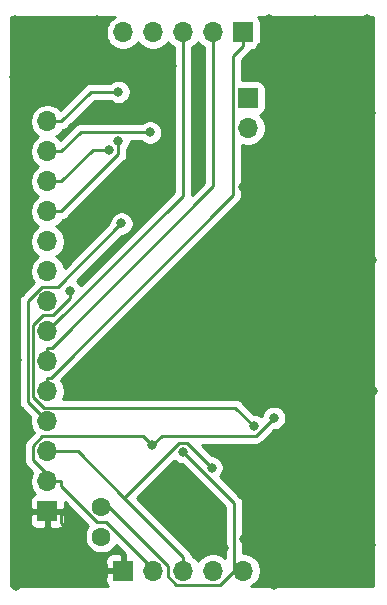
<source format=gbl>
%TF.GenerationSoftware,KiCad,Pcbnew,(5.1.6-0-10_14)*%
%TF.CreationDate,2020-09-14T13:46:36+09:00*%
%TF.ProjectId,qPCR-photosensing,71504352-2d70-4686-9f74-6f73656e7369,rev?*%
%TF.SameCoordinates,Original*%
%TF.FileFunction,Copper,L2,Bot*%
%TF.FilePolarity,Positive*%
%FSLAX46Y46*%
G04 Gerber Fmt 4.6, Leading zero omitted, Abs format (unit mm)*
G04 Created by KiCad (PCBNEW (5.1.6-0-10_14)) date 2020-09-14 13:46:36*
%MOMM*%
%LPD*%
G01*
G04 APERTURE LIST*
%TA.AperFunction,ComponentPad*%
%ADD10O,1.700000X1.700000*%
%TD*%
%TA.AperFunction,ComponentPad*%
%ADD11R,1.700000X1.700000*%
%TD*%
%TA.AperFunction,ComponentPad*%
%ADD12C,1.600000*%
%TD*%
%TA.AperFunction,ViaPad*%
%ADD13C,0.800000*%
%TD*%
%TA.AperFunction,Conductor*%
%ADD14C,0.250000*%
%TD*%
%TA.AperFunction,Conductor*%
%ADD15C,0.254000*%
%TD*%
G04 APERTURE END LIST*
D10*
%TO.P,J3,5*%
%TO.N,PD_MUX_OUT*%
X103298000Y-110000000D03*
%TO.P,J3,4*%
%TO.N,VCC_LOGIC*%
X100758000Y-110000000D03*
%TO.P,J3,3*%
%TO.N,-10V*%
X98218000Y-110000000D03*
%TO.P,J3,2*%
%TO.N,+10V*%
X95678000Y-110000000D03*
D11*
%TO.P,J3,1*%
%TO.N,GND*%
X93138000Y-110000000D03*
%TD*%
%TO.P,J4,1*%
%TO.N,PD_MUX_GPIO5*%
X103298000Y-64440000D03*
D10*
%TO.P,J4,2*%
%TO.N,PD_MUX_GPIO4*%
X100758000Y-64440000D03*
%TO.P,J4,3*%
%TO.N,PD_MUX_GPIO3*%
X98218000Y-64440000D03*
%TO.P,J4,4*%
%TO.N,PD_MUX_GPIO2*%
X95678000Y-64440000D03*
%TO.P,J4,5*%
%TO.N,PD_MUX_GPIO1*%
X93138000Y-64440000D03*
%TD*%
D12*
%TO.P,C10,2*%
%TO.N,Net-(C10-Pad2)*%
X91313000Y-107123000D03*
%TO.P,C10,1*%
%TO.N,PD_MUX_OUT*%
X91313000Y-104623000D03*
%TD*%
D10*
%TO.P,J1,14*%
%TO.N,THERM_WELL*%
X86730000Y-71980000D03*
%TO.P,J1,13*%
%TO.N,I2C_SDA*%
X86730000Y-74520000D03*
%TO.P,J1,12*%
%TO.N,I2C_SCL*%
X86730000Y-77060000D03*
%TO.P,J1,11*%
%TO.N,ADC_DRDY*%
X86730000Y-79600000D03*
%TO.P,J1,10*%
%TO.N,PD_REF_PWM*%
X86730000Y-82140000D03*
%TO.P,J1,9*%
%TO.N,PD_MUX_GPIO1*%
X86730000Y-84680000D03*
%TO.P,J1,8*%
%TO.N,PD_MUX_GPIO2*%
X86730000Y-87220000D03*
%TO.P,J1,7*%
%TO.N,PD_MUX_GPIO3*%
X86730000Y-89760000D03*
%TO.P,J1,6*%
%TO.N,PD_MUX_GPIO4*%
X86730000Y-92300000D03*
%TO.P,J1,5*%
%TO.N,PD_MUX_GPIO5*%
X86730000Y-94840000D03*
%TO.P,J1,4*%
%TO.N,VCC_LOGIC*%
X86730000Y-97380000D03*
%TO.P,J1,3*%
%TO.N,-10V*%
X86730000Y-99920000D03*
%TO.P,J1,2*%
%TO.N,+10V*%
X86730000Y-102460000D03*
D11*
%TO.P,J1,1*%
%TO.N,GND*%
X86730000Y-105000000D03*
%TD*%
D10*
%TO.P,J2,2*%
%TO.N,THERM_TEST2*%
X103721000Y-72540000D03*
D11*
%TO.P,J2,1*%
%TO.N,THERM_TEST1*%
X103721000Y-70000000D03*
%TD*%
D13*
%TO.N,GND*%
X84000000Y-63400000D03*
X91400000Y-66100000D03*
X88800000Y-68300000D03*
X94700000Y-66900000D03*
X97300000Y-67300000D03*
X99400000Y-66900000D03*
X104800000Y-65700000D03*
X105500000Y-63300000D03*
X106100000Y-68600000D03*
X105900000Y-73900000D03*
X103600000Y-74900000D03*
X103300000Y-77500000D03*
X104100000Y-79900000D03*
X109200000Y-79700000D03*
X109300000Y-74800000D03*
X106700000Y-77200000D03*
X110900000Y-73400000D03*
X108300000Y-71100000D03*
X113800000Y-63300000D03*
X109400000Y-63400000D03*
X108000000Y-65800000D03*
X112200000Y-65700000D03*
X111400000Y-68700000D03*
X114100000Y-71300000D03*
X112300000Y-75100000D03*
X90900000Y-63400000D03*
X87400000Y-63500000D03*
X87200000Y-65700000D03*
X83900000Y-68200000D03*
X111400000Y-81400000D03*
X111200000Y-77700000D03*
X114000000Y-79500000D03*
X114200000Y-83700000D03*
X111200000Y-85600000D03*
X114000000Y-88000000D03*
X110900000Y-90500000D03*
X114300000Y-94800000D03*
X112100000Y-93700000D03*
X114000000Y-103200000D03*
X111300000Y-105900000D03*
X108300000Y-108700000D03*
X105900000Y-111200000D03*
X114000000Y-111100000D03*
X114100000Y-107800000D03*
X110700000Y-110900000D03*
X111600000Y-108400000D03*
X108100000Y-105500000D03*
X105300000Y-108500000D03*
X103900000Y-105600000D03*
X103400000Y-107300000D03*
X106200000Y-106200000D03*
X101300000Y-105600000D03*
X101700000Y-108100000D03*
X98800000Y-107500000D03*
X99300000Y-105300000D03*
X96800000Y-104500000D03*
X90800000Y-110500000D03*
X84100000Y-111300000D03*
X84400000Y-107400000D03*
X86900000Y-109900000D03*
X84500000Y-102500000D03*
X84400000Y-97600000D03*
X84200000Y-92200000D03*
X84100000Y-87400000D03*
X84400000Y-82000000D03*
X84200000Y-77100000D03*
X84200000Y-72100000D03*
X104300000Y-84100000D03*
X107800000Y-88200000D03*
X106900000Y-85700000D03*
X94700000Y-92400000D03*
X96600000Y-95100000D03*
X94900000Y-75800000D03*
%TO.N,+10V*%
X105898400Y-97083300D03*
X95602500Y-99402800D03*
%TO.N,-10V*%
X100638400Y-101280600D03*
%TO.N,PD_MUX_OUT*%
X98204900Y-99956700D03*
%TO.N,THERM_WELL*%
X92739300Y-69469500D03*
%TO.N,I2C_SDA*%
X95423500Y-72907600D03*
%TO.N,I2C_SCL*%
X91982900Y-74356600D03*
%TO.N,ADC_DRDY*%
X92734400Y-73595600D03*
%TO.N,VCC_LOGIC*%
X93000000Y-80620000D03*
%TO.N,Net-(C6-Pad1)*%
X88656800Y-86367100D03*
X104197400Y-97750200D03*
%TD*%
D14*
%TO.N,GND*%
X93138000Y-110000000D02*
X91962700Y-110000000D01*
X86730000Y-105000000D02*
X87905300Y-105000000D01*
X87905300Y-105000000D02*
X87905300Y-105942600D01*
X87905300Y-105942600D02*
X91962700Y-110000000D01*
%TO.N,+10V*%
X105898400Y-97083300D02*
X104387400Y-98594300D01*
X104387400Y-98594300D02*
X96411000Y-98594300D01*
X96411000Y-98594300D02*
X95602500Y-99402800D01*
X87317700Y-102460000D02*
X85525700Y-100668000D01*
X85525700Y-100668000D02*
X85525700Y-99441400D01*
X85525700Y-99441400D02*
X86315700Y-98651400D01*
X86315700Y-98651400D02*
X94851100Y-98651400D01*
X94851100Y-98651400D02*
X95602500Y-99402800D01*
X87317700Y-102460000D02*
X87905300Y-102460000D01*
X86730000Y-102460000D02*
X87317700Y-102460000D01*
X87905300Y-102460000D02*
X87905300Y-102827300D01*
X87905300Y-102827300D02*
X90951000Y-105873000D01*
X90951000Y-105873000D02*
X91681200Y-105873000D01*
X91681200Y-105873000D02*
X95678000Y-109869800D01*
X95678000Y-109869800D02*
X95678000Y-110000000D01*
%TO.N,-10V*%
X93255500Y-103862200D02*
X98218000Y-108824700D01*
X86730000Y-99920000D02*
X89313300Y-99920000D01*
X89313300Y-99920000D02*
X93255500Y-103862200D01*
X100638400Y-101280600D02*
X98586100Y-99228300D01*
X98586100Y-99228300D02*
X97889400Y-99228300D01*
X97889400Y-99228300D02*
X93255500Y-103862200D01*
X98218000Y-110000000D02*
X98218000Y-108824700D01*
%TO.N,PD_MUX_OUT*%
X98204900Y-99956700D02*
X102565400Y-104317200D01*
X102565400Y-104317200D02*
X102565400Y-110000000D01*
X91313000Y-104623000D02*
X91979100Y-104623000D01*
X91979100Y-104623000D02*
X96948000Y-109591900D01*
X96948000Y-109591900D02*
X96948000Y-110502900D01*
X96948000Y-110502900D02*
X97659300Y-111214200D01*
X97659300Y-111214200D02*
X101351200Y-111214200D01*
X101351200Y-111214200D02*
X102565400Y-110000000D01*
X102565400Y-110000000D02*
X102710400Y-110000000D01*
X103298000Y-110000000D02*
X102710400Y-110000000D01*
%TO.N,THERM_WELL*%
X86730000Y-71980000D02*
X87905300Y-71980000D01*
X87905300Y-71980000D02*
X90415800Y-69469500D01*
X90415800Y-69469500D02*
X92739300Y-69469500D01*
%TO.N,I2C_SDA*%
X86730000Y-74520000D02*
X87905300Y-74520000D01*
X87905300Y-74520000D02*
X89555100Y-72870200D01*
X89555100Y-72870200D02*
X95386100Y-72870200D01*
X95386100Y-72870200D02*
X95423500Y-72907600D01*
%TO.N,I2C_SCL*%
X87905300Y-77060000D02*
X90608700Y-74356600D01*
X90608700Y-74356600D02*
X91982900Y-74356600D01*
X86730000Y-77060000D02*
X87905300Y-77060000D01*
%TO.N,ADC_DRDY*%
X87905300Y-79600000D02*
X92734400Y-74770900D01*
X92734400Y-74770900D02*
X92734400Y-73595600D01*
X86730000Y-79600000D02*
X87905300Y-79600000D01*
%TO.N,PD_MUX_GPIO3*%
X86730000Y-89760000D02*
X98218000Y-78272000D01*
X98218000Y-78272000D02*
X98218000Y-65615300D01*
X98218000Y-64440000D02*
X98218000Y-65615300D01*
%TO.N,PD_MUX_GPIO4*%
X86730000Y-92300000D02*
X86730000Y-91124700D01*
X86730000Y-91124700D02*
X87097300Y-91124700D01*
X87097300Y-91124700D02*
X100758000Y-77464000D01*
X100758000Y-77464000D02*
X100758000Y-64440000D01*
%TO.N,PD_MUX_GPIO5*%
X103298000Y-65615300D02*
X102445700Y-66467600D01*
X102445700Y-66467600D02*
X102445700Y-78246600D01*
X102445700Y-78246600D02*
X87027600Y-93664700D01*
X87027600Y-93664700D02*
X86730000Y-93664700D01*
X103298000Y-64440000D02*
X103298000Y-65615300D01*
X86730000Y-94840000D02*
X86730000Y-93664700D01*
%TO.N,VCC_LOGIC*%
X93000000Y-80620000D02*
X87597400Y-86022600D01*
X87597400Y-86022600D02*
X86236700Y-86022600D01*
X86236700Y-86022600D02*
X85056100Y-87203200D01*
X85056100Y-87203200D02*
X85056100Y-95706100D01*
X85056100Y-95706100D02*
X86730000Y-97380000D01*
%TO.N,Net-(C6-Pad1)*%
X104197400Y-97750200D02*
X102651900Y-96204700D01*
X102651900Y-96204700D02*
X86410300Y-96204700D01*
X86410300Y-96204700D02*
X85546900Y-95341300D01*
X85546900Y-95341300D02*
X85546900Y-89238300D01*
X85546900Y-89238300D02*
X86389800Y-88395400D01*
X86389800Y-88395400D02*
X87216900Y-88395400D01*
X87216900Y-88395400D02*
X88656800Y-86955500D01*
X88656800Y-86955500D02*
X88656800Y-86367100D01*
%TD*%
D15*
%TO.N,GND*%
G36*
X114315001Y-111315000D02*
G01*
X104002893Y-111315000D01*
X104244632Y-111153475D01*
X104451475Y-110946632D01*
X104613990Y-110703411D01*
X104725932Y-110433158D01*
X104783000Y-110146260D01*
X104783000Y-109853740D01*
X104725932Y-109566842D01*
X104613990Y-109296589D01*
X104451475Y-109053368D01*
X104244632Y-108846525D01*
X104001411Y-108684010D01*
X103731158Y-108572068D01*
X103444260Y-108515000D01*
X103325400Y-108515000D01*
X103325400Y-104354522D01*
X103329076Y-104317199D01*
X103325400Y-104279876D01*
X103325400Y-104279867D01*
X103314403Y-104168214D01*
X103270946Y-104024953D01*
X103200374Y-103892924D01*
X103105401Y-103777199D01*
X103076404Y-103753402D01*
X101352856Y-102029855D01*
X101442337Y-101940374D01*
X101555605Y-101770856D01*
X101633626Y-101582498D01*
X101673400Y-101382539D01*
X101673400Y-101178661D01*
X101633626Y-100978702D01*
X101555605Y-100790344D01*
X101442337Y-100620826D01*
X101298174Y-100476663D01*
X101128656Y-100363395D01*
X100940298Y-100285374D01*
X100740339Y-100245600D01*
X100678203Y-100245600D01*
X99786902Y-99354300D01*
X104350078Y-99354300D01*
X104387400Y-99357976D01*
X104424722Y-99354300D01*
X104424733Y-99354300D01*
X104536386Y-99343303D01*
X104679647Y-99299846D01*
X104811676Y-99229274D01*
X104927401Y-99134301D01*
X104951204Y-99105297D01*
X105938202Y-98118300D01*
X106000339Y-98118300D01*
X106200298Y-98078526D01*
X106388656Y-98000505D01*
X106558174Y-97887237D01*
X106702337Y-97743074D01*
X106815605Y-97573556D01*
X106893626Y-97385198D01*
X106933400Y-97185239D01*
X106933400Y-96981361D01*
X106893626Y-96781402D01*
X106815605Y-96593044D01*
X106702337Y-96423526D01*
X106558174Y-96279363D01*
X106388656Y-96166095D01*
X106200298Y-96088074D01*
X106000339Y-96048300D01*
X105796461Y-96048300D01*
X105596502Y-96088074D01*
X105408144Y-96166095D01*
X105238626Y-96279363D01*
X105094463Y-96423526D01*
X104981195Y-96593044D01*
X104903174Y-96781402D01*
X104868190Y-96957279D01*
X104857174Y-96946263D01*
X104687656Y-96832995D01*
X104499298Y-96754974D01*
X104299339Y-96715200D01*
X104237202Y-96715200D01*
X103215704Y-95693703D01*
X103191901Y-95664699D01*
X103076176Y-95569726D01*
X102944147Y-95499154D01*
X102800886Y-95455697D01*
X102689233Y-95444700D01*
X102689222Y-95444700D01*
X102651900Y-95441024D01*
X102614578Y-95444700D01*
X88086877Y-95444700D01*
X88157932Y-95273158D01*
X88215000Y-94986260D01*
X88215000Y-94693740D01*
X88157932Y-94406842D01*
X88045990Y-94136589D01*
X87883475Y-93893368D01*
X87878604Y-93888497D01*
X102956703Y-78810399D01*
X102985701Y-78786601D01*
X103012032Y-78754517D01*
X103080674Y-78670877D01*
X103151246Y-78538847D01*
X103194703Y-78395586D01*
X103205700Y-78283933D01*
X103205700Y-78283924D01*
X103209376Y-78246601D01*
X103205700Y-78209278D01*
X103205700Y-73933908D01*
X103287842Y-73967932D01*
X103574740Y-74025000D01*
X103867260Y-74025000D01*
X104154158Y-73967932D01*
X104424411Y-73855990D01*
X104667632Y-73693475D01*
X104874475Y-73486632D01*
X105036990Y-73243411D01*
X105148932Y-72973158D01*
X105206000Y-72686260D01*
X105206000Y-72393740D01*
X105148932Y-72106842D01*
X105036990Y-71836589D01*
X104874475Y-71593368D01*
X104742620Y-71461513D01*
X104815180Y-71439502D01*
X104925494Y-71380537D01*
X105022185Y-71301185D01*
X105101537Y-71204494D01*
X105160502Y-71094180D01*
X105196812Y-70974482D01*
X105209072Y-70850000D01*
X105209072Y-69150000D01*
X105196812Y-69025518D01*
X105160502Y-68905820D01*
X105101537Y-68795506D01*
X105022185Y-68698815D01*
X104925494Y-68619463D01*
X104815180Y-68560498D01*
X104695482Y-68524188D01*
X104571000Y-68511928D01*
X103205700Y-68511928D01*
X103205700Y-66782401D01*
X103809003Y-66179099D01*
X103838001Y-66155301D01*
X103932974Y-66039576D01*
X103992575Y-65928072D01*
X104148000Y-65928072D01*
X104272482Y-65915812D01*
X104392180Y-65879502D01*
X104502494Y-65820537D01*
X104599185Y-65741185D01*
X104678537Y-65644494D01*
X104737502Y-65534180D01*
X104773812Y-65414482D01*
X104786072Y-65290000D01*
X104786072Y-63590000D01*
X104773812Y-63465518D01*
X104737502Y-63345820D01*
X104678537Y-63235506D01*
X104599185Y-63138815D01*
X104582351Y-63125000D01*
X114315000Y-63125000D01*
X114315001Y-111315000D01*
G37*
X114315001Y-111315000D02*
X104002893Y-111315000D01*
X104244632Y-111153475D01*
X104451475Y-110946632D01*
X104613990Y-110703411D01*
X104725932Y-110433158D01*
X104783000Y-110146260D01*
X104783000Y-109853740D01*
X104725932Y-109566842D01*
X104613990Y-109296589D01*
X104451475Y-109053368D01*
X104244632Y-108846525D01*
X104001411Y-108684010D01*
X103731158Y-108572068D01*
X103444260Y-108515000D01*
X103325400Y-108515000D01*
X103325400Y-104354522D01*
X103329076Y-104317199D01*
X103325400Y-104279876D01*
X103325400Y-104279867D01*
X103314403Y-104168214D01*
X103270946Y-104024953D01*
X103200374Y-103892924D01*
X103105401Y-103777199D01*
X103076404Y-103753402D01*
X101352856Y-102029855D01*
X101442337Y-101940374D01*
X101555605Y-101770856D01*
X101633626Y-101582498D01*
X101673400Y-101382539D01*
X101673400Y-101178661D01*
X101633626Y-100978702D01*
X101555605Y-100790344D01*
X101442337Y-100620826D01*
X101298174Y-100476663D01*
X101128656Y-100363395D01*
X100940298Y-100285374D01*
X100740339Y-100245600D01*
X100678203Y-100245600D01*
X99786902Y-99354300D01*
X104350078Y-99354300D01*
X104387400Y-99357976D01*
X104424722Y-99354300D01*
X104424733Y-99354300D01*
X104536386Y-99343303D01*
X104679647Y-99299846D01*
X104811676Y-99229274D01*
X104927401Y-99134301D01*
X104951204Y-99105297D01*
X105938202Y-98118300D01*
X106000339Y-98118300D01*
X106200298Y-98078526D01*
X106388656Y-98000505D01*
X106558174Y-97887237D01*
X106702337Y-97743074D01*
X106815605Y-97573556D01*
X106893626Y-97385198D01*
X106933400Y-97185239D01*
X106933400Y-96981361D01*
X106893626Y-96781402D01*
X106815605Y-96593044D01*
X106702337Y-96423526D01*
X106558174Y-96279363D01*
X106388656Y-96166095D01*
X106200298Y-96088074D01*
X106000339Y-96048300D01*
X105796461Y-96048300D01*
X105596502Y-96088074D01*
X105408144Y-96166095D01*
X105238626Y-96279363D01*
X105094463Y-96423526D01*
X104981195Y-96593044D01*
X104903174Y-96781402D01*
X104868190Y-96957279D01*
X104857174Y-96946263D01*
X104687656Y-96832995D01*
X104499298Y-96754974D01*
X104299339Y-96715200D01*
X104237202Y-96715200D01*
X103215704Y-95693703D01*
X103191901Y-95664699D01*
X103076176Y-95569726D01*
X102944147Y-95499154D01*
X102800886Y-95455697D01*
X102689233Y-95444700D01*
X102689222Y-95444700D01*
X102651900Y-95441024D01*
X102614578Y-95444700D01*
X88086877Y-95444700D01*
X88157932Y-95273158D01*
X88215000Y-94986260D01*
X88215000Y-94693740D01*
X88157932Y-94406842D01*
X88045990Y-94136589D01*
X87883475Y-93893368D01*
X87878604Y-93888497D01*
X102956703Y-78810399D01*
X102985701Y-78786601D01*
X103012032Y-78754517D01*
X103080674Y-78670877D01*
X103151246Y-78538847D01*
X103194703Y-78395586D01*
X103205700Y-78283933D01*
X103205700Y-78283924D01*
X103209376Y-78246601D01*
X103205700Y-78209278D01*
X103205700Y-73933908D01*
X103287842Y-73967932D01*
X103574740Y-74025000D01*
X103867260Y-74025000D01*
X104154158Y-73967932D01*
X104424411Y-73855990D01*
X104667632Y-73693475D01*
X104874475Y-73486632D01*
X105036990Y-73243411D01*
X105148932Y-72973158D01*
X105206000Y-72686260D01*
X105206000Y-72393740D01*
X105148932Y-72106842D01*
X105036990Y-71836589D01*
X104874475Y-71593368D01*
X104742620Y-71461513D01*
X104815180Y-71439502D01*
X104925494Y-71380537D01*
X105022185Y-71301185D01*
X105101537Y-71204494D01*
X105160502Y-71094180D01*
X105196812Y-70974482D01*
X105209072Y-70850000D01*
X105209072Y-69150000D01*
X105196812Y-69025518D01*
X105160502Y-68905820D01*
X105101537Y-68795506D01*
X105022185Y-68698815D01*
X104925494Y-68619463D01*
X104815180Y-68560498D01*
X104695482Y-68524188D01*
X104571000Y-68511928D01*
X103205700Y-68511928D01*
X103205700Y-66782401D01*
X103809003Y-66179099D01*
X103838001Y-66155301D01*
X103932974Y-66039576D01*
X103992575Y-65928072D01*
X104148000Y-65928072D01*
X104272482Y-65915812D01*
X104392180Y-65879502D01*
X104502494Y-65820537D01*
X104599185Y-65741185D01*
X104678537Y-65644494D01*
X104737502Y-65534180D01*
X104773812Y-65414482D01*
X104786072Y-65290000D01*
X104786072Y-63590000D01*
X104773812Y-63465518D01*
X104737502Y-63345820D01*
X104678537Y-63235506D01*
X104599185Y-63138815D01*
X104582351Y-63125000D01*
X114315000Y-63125000D01*
X114315001Y-111315000D01*
G36*
X92191368Y-63286525D02*
G01*
X91984525Y-63493368D01*
X91822010Y-63736589D01*
X91710068Y-64006842D01*
X91653000Y-64293740D01*
X91653000Y-64586260D01*
X91710068Y-64873158D01*
X91822010Y-65143411D01*
X91984525Y-65386632D01*
X92191368Y-65593475D01*
X92434589Y-65755990D01*
X92704842Y-65867932D01*
X92991740Y-65925000D01*
X93284260Y-65925000D01*
X93571158Y-65867932D01*
X93841411Y-65755990D01*
X94084632Y-65593475D01*
X94291475Y-65386632D01*
X94408000Y-65212240D01*
X94524525Y-65386632D01*
X94731368Y-65593475D01*
X94974589Y-65755990D01*
X95244842Y-65867932D01*
X95531740Y-65925000D01*
X95824260Y-65925000D01*
X96111158Y-65867932D01*
X96381411Y-65755990D01*
X96624632Y-65593475D01*
X96831475Y-65386632D01*
X96948000Y-65212240D01*
X97064525Y-65386632D01*
X97271368Y-65593475D01*
X97458001Y-65718179D01*
X97458000Y-77957197D01*
X89559725Y-85855473D01*
X89460737Y-85707326D01*
X89316574Y-85563163D01*
X89205713Y-85489088D01*
X93039802Y-81655000D01*
X93101939Y-81655000D01*
X93301898Y-81615226D01*
X93490256Y-81537205D01*
X93659774Y-81423937D01*
X93803937Y-81279774D01*
X93917205Y-81110256D01*
X93995226Y-80921898D01*
X94035000Y-80721939D01*
X94035000Y-80518061D01*
X93995226Y-80318102D01*
X93917205Y-80129744D01*
X93803937Y-79960226D01*
X93659774Y-79816063D01*
X93490256Y-79702795D01*
X93301898Y-79624774D01*
X93101939Y-79585000D01*
X92898061Y-79585000D01*
X92698102Y-79624774D01*
X92509744Y-79702795D01*
X92340226Y-79816063D01*
X92196063Y-79960226D01*
X92082795Y-80129744D01*
X92004774Y-80318102D01*
X91965000Y-80518061D01*
X91965000Y-80580198D01*
X88181230Y-84363969D01*
X88157932Y-84246842D01*
X88045990Y-83976589D01*
X87883475Y-83733368D01*
X87676632Y-83526525D01*
X87502240Y-83410000D01*
X87676632Y-83293475D01*
X87883475Y-83086632D01*
X88045990Y-82843411D01*
X88157932Y-82573158D01*
X88215000Y-82286260D01*
X88215000Y-81993740D01*
X88157932Y-81706842D01*
X88045990Y-81436589D01*
X87883475Y-81193368D01*
X87676632Y-80986525D01*
X87502240Y-80870000D01*
X87676632Y-80753475D01*
X87883475Y-80546632D01*
X88012796Y-80353089D01*
X88054286Y-80349003D01*
X88197547Y-80305546D01*
X88329576Y-80234974D01*
X88445301Y-80140001D01*
X88469104Y-80110997D01*
X93245404Y-75334698D01*
X93274401Y-75310901D01*
X93369374Y-75195176D01*
X93439946Y-75063147D01*
X93483403Y-74919886D01*
X93494400Y-74808233D01*
X93494400Y-74808225D01*
X93498076Y-74770900D01*
X93494400Y-74733575D01*
X93494400Y-74299311D01*
X93538337Y-74255374D01*
X93651605Y-74085856D01*
X93729626Y-73897498D01*
X93769400Y-73697539D01*
X93769400Y-73630200D01*
X94682389Y-73630200D01*
X94763726Y-73711537D01*
X94933244Y-73824805D01*
X95121602Y-73902826D01*
X95321561Y-73942600D01*
X95525439Y-73942600D01*
X95725398Y-73902826D01*
X95913756Y-73824805D01*
X96083274Y-73711537D01*
X96227437Y-73567374D01*
X96340705Y-73397856D01*
X96418726Y-73209498D01*
X96458500Y-73009539D01*
X96458500Y-72805661D01*
X96418726Y-72605702D01*
X96340705Y-72417344D01*
X96227437Y-72247826D01*
X96083274Y-72103663D01*
X95913756Y-71990395D01*
X95725398Y-71912374D01*
X95525439Y-71872600D01*
X95321561Y-71872600D01*
X95121602Y-71912374D01*
X94933244Y-71990395D01*
X94763726Y-72103663D01*
X94757189Y-72110200D01*
X89592433Y-72110200D01*
X89555100Y-72106523D01*
X89517767Y-72110200D01*
X89406114Y-72121197D01*
X89262853Y-72164654D01*
X89130824Y-72235226D01*
X89015099Y-72330199D01*
X88991301Y-72359197D01*
X87830303Y-73520196D01*
X87676632Y-73366525D01*
X87502240Y-73250000D01*
X87676632Y-73133475D01*
X87883475Y-72926632D01*
X88012796Y-72733089D01*
X88054286Y-72729003D01*
X88197547Y-72685546D01*
X88329576Y-72614974D01*
X88445301Y-72520001D01*
X88469104Y-72490997D01*
X90730602Y-70229500D01*
X92035589Y-70229500D01*
X92079526Y-70273437D01*
X92249044Y-70386705D01*
X92437402Y-70464726D01*
X92637361Y-70504500D01*
X92841239Y-70504500D01*
X93041198Y-70464726D01*
X93229556Y-70386705D01*
X93399074Y-70273437D01*
X93543237Y-70129274D01*
X93656505Y-69959756D01*
X93734526Y-69771398D01*
X93774300Y-69571439D01*
X93774300Y-69367561D01*
X93734526Y-69167602D01*
X93656505Y-68979244D01*
X93543237Y-68809726D01*
X93399074Y-68665563D01*
X93229556Y-68552295D01*
X93041198Y-68474274D01*
X92841239Y-68434500D01*
X92637361Y-68434500D01*
X92437402Y-68474274D01*
X92249044Y-68552295D01*
X92079526Y-68665563D01*
X92035589Y-68709500D01*
X90453122Y-68709500D01*
X90415799Y-68705824D01*
X90378476Y-68709500D01*
X90378467Y-68709500D01*
X90266814Y-68720497D01*
X90123553Y-68763954D01*
X89991523Y-68834526D01*
X89907883Y-68903168D01*
X89875799Y-68929499D01*
X89852001Y-68958497D01*
X87830303Y-70980196D01*
X87676632Y-70826525D01*
X87433411Y-70664010D01*
X87163158Y-70552068D01*
X86876260Y-70495000D01*
X86583740Y-70495000D01*
X86296842Y-70552068D01*
X86026589Y-70664010D01*
X85783368Y-70826525D01*
X85576525Y-71033368D01*
X85414010Y-71276589D01*
X85302068Y-71546842D01*
X85245000Y-71833740D01*
X85245000Y-72126260D01*
X85302068Y-72413158D01*
X85414010Y-72683411D01*
X85576525Y-72926632D01*
X85783368Y-73133475D01*
X85957760Y-73250000D01*
X85783368Y-73366525D01*
X85576525Y-73573368D01*
X85414010Y-73816589D01*
X85302068Y-74086842D01*
X85245000Y-74373740D01*
X85245000Y-74666260D01*
X85302068Y-74953158D01*
X85414010Y-75223411D01*
X85576525Y-75466632D01*
X85783368Y-75673475D01*
X85957760Y-75790000D01*
X85783368Y-75906525D01*
X85576525Y-76113368D01*
X85414010Y-76356589D01*
X85302068Y-76626842D01*
X85245000Y-76913740D01*
X85245000Y-77206260D01*
X85302068Y-77493158D01*
X85414010Y-77763411D01*
X85576525Y-78006632D01*
X85783368Y-78213475D01*
X85957760Y-78330000D01*
X85783368Y-78446525D01*
X85576525Y-78653368D01*
X85414010Y-78896589D01*
X85302068Y-79166842D01*
X85245000Y-79453740D01*
X85245000Y-79746260D01*
X85302068Y-80033158D01*
X85414010Y-80303411D01*
X85576525Y-80546632D01*
X85783368Y-80753475D01*
X85957760Y-80870000D01*
X85783368Y-80986525D01*
X85576525Y-81193368D01*
X85414010Y-81436589D01*
X85302068Y-81706842D01*
X85245000Y-81993740D01*
X85245000Y-82286260D01*
X85302068Y-82573158D01*
X85414010Y-82843411D01*
X85576525Y-83086632D01*
X85783368Y-83293475D01*
X85957760Y-83410000D01*
X85783368Y-83526525D01*
X85576525Y-83733368D01*
X85414010Y-83976589D01*
X85302068Y-84246842D01*
X85245000Y-84533740D01*
X85245000Y-84826260D01*
X85302068Y-85113158D01*
X85414010Y-85383411D01*
X85569051Y-85615447D01*
X84545103Y-86639396D01*
X84516099Y-86663199D01*
X84462799Y-86728146D01*
X84421126Y-86778924D01*
X84379203Y-86857356D01*
X84350554Y-86910954D01*
X84307097Y-87054215D01*
X84296100Y-87165868D01*
X84296100Y-87165878D01*
X84292424Y-87203200D01*
X84296100Y-87240522D01*
X84296101Y-95668768D01*
X84292424Y-95706100D01*
X84307098Y-95855085D01*
X84350554Y-95998346D01*
X84421126Y-96130376D01*
X84482123Y-96204700D01*
X84516100Y-96246101D01*
X84545098Y-96269899D01*
X85288791Y-97013592D01*
X85245000Y-97233740D01*
X85245000Y-97526260D01*
X85302068Y-97813158D01*
X85414010Y-98083411D01*
X85572176Y-98320123D01*
X85014698Y-98877601D01*
X84985700Y-98901399D01*
X84961902Y-98930397D01*
X84961901Y-98930398D01*
X84890726Y-99017124D01*
X84820154Y-99149154D01*
X84807339Y-99191401D01*
X84776698Y-99292414D01*
X84770342Y-99356946D01*
X84762024Y-99441400D01*
X84765701Y-99478732D01*
X84765700Y-100630677D01*
X84762024Y-100668000D01*
X84765700Y-100705322D01*
X84765700Y-100705332D01*
X84776697Y-100816985D01*
X84817630Y-100951926D01*
X84820154Y-100960246D01*
X84890726Y-101092276D01*
X84930571Y-101140826D01*
X84985699Y-101208001D01*
X85014703Y-101231804D01*
X85464269Y-101681371D01*
X85414010Y-101756589D01*
X85302068Y-102026842D01*
X85245000Y-102313740D01*
X85245000Y-102606260D01*
X85302068Y-102893158D01*
X85414010Y-103163411D01*
X85576525Y-103406632D01*
X85708380Y-103538487D01*
X85635820Y-103560498D01*
X85525506Y-103619463D01*
X85428815Y-103698815D01*
X85349463Y-103795506D01*
X85290498Y-103905820D01*
X85254188Y-104025518D01*
X85241928Y-104150000D01*
X85245000Y-104714250D01*
X85403750Y-104873000D01*
X86603000Y-104873000D01*
X86603000Y-104853000D01*
X86857000Y-104853000D01*
X86857000Y-104873000D01*
X88056250Y-104873000D01*
X88215000Y-104714250D01*
X88217721Y-104214522D01*
X90204901Y-106201703D01*
X90198363Y-106208241D01*
X90041320Y-106443273D01*
X89933147Y-106704426D01*
X89878000Y-106981665D01*
X89878000Y-107264335D01*
X89933147Y-107541574D01*
X90041320Y-107802727D01*
X90198363Y-108037759D01*
X90398241Y-108237637D01*
X90633273Y-108394680D01*
X90894426Y-108502853D01*
X91171665Y-108558000D01*
X91454335Y-108558000D01*
X91731574Y-108502853D01*
X91992727Y-108394680D01*
X92227759Y-108237637D01*
X92427637Y-108037759D01*
X92565232Y-107831833D01*
X93336074Y-108602676D01*
X93265000Y-108673750D01*
X93265000Y-109873000D01*
X93285000Y-109873000D01*
X93285000Y-110127000D01*
X93265000Y-110127000D01*
X93265000Y-110147000D01*
X93011000Y-110147000D01*
X93011000Y-110127000D01*
X91811750Y-110127000D01*
X91653000Y-110285750D01*
X91649928Y-110850000D01*
X91662188Y-110974482D01*
X91698498Y-111094180D01*
X91757463Y-111204494D01*
X91836815Y-111301185D01*
X91853649Y-111315000D01*
X83685000Y-111315000D01*
X83685000Y-109150000D01*
X91649928Y-109150000D01*
X91653000Y-109714250D01*
X91811750Y-109873000D01*
X93011000Y-109873000D01*
X93011000Y-108673750D01*
X92852250Y-108515000D01*
X92288000Y-108511928D01*
X92163518Y-108524188D01*
X92043820Y-108560498D01*
X91933506Y-108619463D01*
X91836815Y-108698815D01*
X91757463Y-108795506D01*
X91698498Y-108905820D01*
X91662188Y-109025518D01*
X91649928Y-109150000D01*
X83685000Y-109150000D01*
X83685000Y-105850000D01*
X85241928Y-105850000D01*
X85254188Y-105974482D01*
X85290498Y-106094180D01*
X85349463Y-106204494D01*
X85428815Y-106301185D01*
X85525506Y-106380537D01*
X85635820Y-106439502D01*
X85755518Y-106475812D01*
X85880000Y-106488072D01*
X86444250Y-106485000D01*
X86603000Y-106326250D01*
X86603000Y-105127000D01*
X86857000Y-105127000D01*
X86857000Y-106326250D01*
X87015750Y-106485000D01*
X87580000Y-106488072D01*
X87704482Y-106475812D01*
X87824180Y-106439502D01*
X87934494Y-106380537D01*
X88031185Y-106301185D01*
X88110537Y-106204494D01*
X88169502Y-106094180D01*
X88205812Y-105974482D01*
X88218072Y-105850000D01*
X88215000Y-105285750D01*
X88056250Y-105127000D01*
X86857000Y-105127000D01*
X86603000Y-105127000D01*
X85403750Y-105127000D01*
X85245000Y-105285750D01*
X85241928Y-105850000D01*
X83685000Y-105850000D01*
X83685000Y-63125000D01*
X92433107Y-63125000D01*
X92191368Y-63286525D01*
G37*
X92191368Y-63286525D02*
X91984525Y-63493368D01*
X91822010Y-63736589D01*
X91710068Y-64006842D01*
X91653000Y-64293740D01*
X91653000Y-64586260D01*
X91710068Y-64873158D01*
X91822010Y-65143411D01*
X91984525Y-65386632D01*
X92191368Y-65593475D01*
X92434589Y-65755990D01*
X92704842Y-65867932D01*
X92991740Y-65925000D01*
X93284260Y-65925000D01*
X93571158Y-65867932D01*
X93841411Y-65755990D01*
X94084632Y-65593475D01*
X94291475Y-65386632D01*
X94408000Y-65212240D01*
X94524525Y-65386632D01*
X94731368Y-65593475D01*
X94974589Y-65755990D01*
X95244842Y-65867932D01*
X95531740Y-65925000D01*
X95824260Y-65925000D01*
X96111158Y-65867932D01*
X96381411Y-65755990D01*
X96624632Y-65593475D01*
X96831475Y-65386632D01*
X96948000Y-65212240D01*
X97064525Y-65386632D01*
X97271368Y-65593475D01*
X97458001Y-65718179D01*
X97458000Y-77957197D01*
X89559725Y-85855473D01*
X89460737Y-85707326D01*
X89316574Y-85563163D01*
X89205713Y-85489088D01*
X93039802Y-81655000D01*
X93101939Y-81655000D01*
X93301898Y-81615226D01*
X93490256Y-81537205D01*
X93659774Y-81423937D01*
X93803937Y-81279774D01*
X93917205Y-81110256D01*
X93995226Y-80921898D01*
X94035000Y-80721939D01*
X94035000Y-80518061D01*
X93995226Y-80318102D01*
X93917205Y-80129744D01*
X93803937Y-79960226D01*
X93659774Y-79816063D01*
X93490256Y-79702795D01*
X93301898Y-79624774D01*
X93101939Y-79585000D01*
X92898061Y-79585000D01*
X92698102Y-79624774D01*
X92509744Y-79702795D01*
X92340226Y-79816063D01*
X92196063Y-79960226D01*
X92082795Y-80129744D01*
X92004774Y-80318102D01*
X91965000Y-80518061D01*
X91965000Y-80580198D01*
X88181230Y-84363969D01*
X88157932Y-84246842D01*
X88045990Y-83976589D01*
X87883475Y-83733368D01*
X87676632Y-83526525D01*
X87502240Y-83410000D01*
X87676632Y-83293475D01*
X87883475Y-83086632D01*
X88045990Y-82843411D01*
X88157932Y-82573158D01*
X88215000Y-82286260D01*
X88215000Y-81993740D01*
X88157932Y-81706842D01*
X88045990Y-81436589D01*
X87883475Y-81193368D01*
X87676632Y-80986525D01*
X87502240Y-80870000D01*
X87676632Y-80753475D01*
X87883475Y-80546632D01*
X88012796Y-80353089D01*
X88054286Y-80349003D01*
X88197547Y-80305546D01*
X88329576Y-80234974D01*
X88445301Y-80140001D01*
X88469104Y-80110997D01*
X93245404Y-75334698D01*
X93274401Y-75310901D01*
X93369374Y-75195176D01*
X93439946Y-75063147D01*
X93483403Y-74919886D01*
X93494400Y-74808233D01*
X93494400Y-74808225D01*
X93498076Y-74770900D01*
X93494400Y-74733575D01*
X93494400Y-74299311D01*
X93538337Y-74255374D01*
X93651605Y-74085856D01*
X93729626Y-73897498D01*
X93769400Y-73697539D01*
X93769400Y-73630200D01*
X94682389Y-73630200D01*
X94763726Y-73711537D01*
X94933244Y-73824805D01*
X95121602Y-73902826D01*
X95321561Y-73942600D01*
X95525439Y-73942600D01*
X95725398Y-73902826D01*
X95913756Y-73824805D01*
X96083274Y-73711537D01*
X96227437Y-73567374D01*
X96340705Y-73397856D01*
X96418726Y-73209498D01*
X96458500Y-73009539D01*
X96458500Y-72805661D01*
X96418726Y-72605702D01*
X96340705Y-72417344D01*
X96227437Y-72247826D01*
X96083274Y-72103663D01*
X95913756Y-71990395D01*
X95725398Y-71912374D01*
X95525439Y-71872600D01*
X95321561Y-71872600D01*
X95121602Y-71912374D01*
X94933244Y-71990395D01*
X94763726Y-72103663D01*
X94757189Y-72110200D01*
X89592433Y-72110200D01*
X89555100Y-72106523D01*
X89517767Y-72110200D01*
X89406114Y-72121197D01*
X89262853Y-72164654D01*
X89130824Y-72235226D01*
X89015099Y-72330199D01*
X88991301Y-72359197D01*
X87830303Y-73520196D01*
X87676632Y-73366525D01*
X87502240Y-73250000D01*
X87676632Y-73133475D01*
X87883475Y-72926632D01*
X88012796Y-72733089D01*
X88054286Y-72729003D01*
X88197547Y-72685546D01*
X88329576Y-72614974D01*
X88445301Y-72520001D01*
X88469104Y-72490997D01*
X90730602Y-70229500D01*
X92035589Y-70229500D01*
X92079526Y-70273437D01*
X92249044Y-70386705D01*
X92437402Y-70464726D01*
X92637361Y-70504500D01*
X92841239Y-70504500D01*
X93041198Y-70464726D01*
X93229556Y-70386705D01*
X93399074Y-70273437D01*
X93543237Y-70129274D01*
X93656505Y-69959756D01*
X93734526Y-69771398D01*
X93774300Y-69571439D01*
X93774300Y-69367561D01*
X93734526Y-69167602D01*
X93656505Y-68979244D01*
X93543237Y-68809726D01*
X93399074Y-68665563D01*
X93229556Y-68552295D01*
X93041198Y-68474274D01*
X92841239Y-68434500D01*
X92637361Y-68434500D01*
X92437402Y-68474274D01*
X92249044Y-68552295D01*
X92079526Y-68665563D01*
X92035589Y-68709500D01*
X90453122Y-68709500D01*
X90415799Y-68705824D01*
X90378476Y-68709500D01*
X90378467Y-68709500D01*
X90266814Y-68720497D01*
X90123553Y-68763954D01*
X89991523Y-68834526D01*
X89907883Y-68903168D01*
X89875799Y-68929499D01*
X89852001Y-68958497D01*
X87830303Y-70980196D01*
X87676632Y-70826525D01*
X87433411Y-70664010D01*
X87163158Y-70552068D01*
X86876260Y-70495000D01*
X86583740Y-70495000D01*
X86296842Y-70552068D01*
X86026589Y-70664010D01*
X85783368Y-70826525D01*
X85576525Y-71033368D01*
X85414010Y-71276589D01*
X85302068Y-71546842D01*
X85245000Y-71833740D01*
X85245000Y-72126260D01*
X85302068Y-72413158D01*
X85414010Y-72683411D01*
X85576525Y-72926632D01*
X85783368Y-73133475D01*
X85957760Y-73250000D01*
X85783368Y-73366525D01*
X85576525Y-73573368D01*
X85414010Y-73816589D01*
X85302068Y-74086842D01*
X85245000Y-74373740D01*
X85245000Y-74666260D01*
X85302068Y-74953158D01*
X85414010Y-75223411D01*
X85576525Y-75466632D01*
X85783368Y-75673475D01*
X85957760Y-75790000D01*
X85783368Y-75906525D01*
X85576525Y-76113368D01*
X85414010Y-76356589D01*
X85302068Y-76626842D01*
X85245000Y-76913740D01*
X85245000Y-77206260D01*
X85302068Y-77493158D01*
X85414010Y-77763411D01*
X85576525Y-78006632D01*
X85783368Y-78213475D01*
X85957760Y-78330000D01*
X85783368Y-78446525D01*
X85576525Y-78653368D01*
X85414010Y-78896589D01*
X85302068Y-79166842D01*
X85245000Y-79453740D01*
X85245000Y-79746260D01*
X85302068Y-80033158D01*
X85414010Y-80303411D01*
X85576525Y-80546632D01*
X85783368Y-80753475D01*
X85957760Y-80870000D01*
X85783368Y-80986525D01*
X85576525Y-81193368D01*
X85414010Y-81436589D01*
X85302068Y-81706842D01*
X85245000Y-81993740D01*
X85245000Y-82286260D01*
X85302068Y-82573158D01*
X85414010Y-82843411D01*
X85576525Y-83086632D01*
X85783368Y-83293475D01*
X85957760Y-83410000D01*
X85783368Y-83526525D01*
X85576525Y-83733368D01*
X85414010Y-83976589D01*
X85302068Y-84246842D01*
X85245000Y-84533740D01*
X85245000Y-84826260D01*
X85302068Y-85113158D01*
X85414010Y-85383411D01*
X85569051Y-85615447D01*
X84545103Y-86639396D01*
X84516099Y-86663199D01*
X84462799Y-86728146D01*
X84421126Y-86778924D01*
X84379203Y-86857356D01*
X84350554Y-86910954D01*
X84307097Y-87054215D01*
X84296100Y-87165868D01*
X84296100Y-87165878D01*
X84292424Y-87203200D01*
X84296100Y-87240522D01*
X84296101Y-95668768D01*
X84292424Y-95706100D01*
X84307098Y-95855085D01*
X84350554Y-95998346D01*
X84421126Y-96130376D01*
X84482123Y-96204700D01*
X84516100Y-96246101D01*
X84545098Y-96269899D01*
X85288791Y-97013592D01*
X85245000Y-97233740D01*
X85245000Y-97526260D01*
X85302068Y-97813158D01*
X85414010Y-98083411D01*
X85572176Y-98320123D01*
X85014698Y-98877601D01*
X84985700Y-98901399D01*
X84961902Y-98930397D01*
X84961901Y-98930398D01*
X84890726Y-99017124D01*
X84820154Y-99149154D01*
X84807339Y-99191401D01*
X84776698Y-99292414D01*
X84770342Y-99356946D01*
X84762024Y-99441400D01*
X84765701Y-99478732D01*
X84765700Y-100630677D01*
X84762024Y-100668000D01*
X84765700Y-100705322D01*
X84765700Y-100705332D01*
X84776697Y-100816985D01*
X84817630Y-100951926D01*
X84820154Y-100960246D01*
X84890726Y-101092276D01*
X84930571Y-101140826D01*
X84985699Y-101208001D01*
X85014703Y-101231804D01*
X85464269Y-101681371D01*
X85414010Y-101756589D01*
X85302068Y-102026842D01*
X85245000Y-102313740D01*
X85245000Y-102606260D01*
X85302068Y-102893158D01*
X85414010Y-103163411D01*
X85576525Y-103406632D01*
X85708380Y-103538487D01*
X85635820Y-103560498D01*
X85525506Y-103619463D01*
X85428815Y-103698815D01*
X85349463Y-103795506D01*
X85290498Y-103905820D01*
X85254188Y-104025518D01*
X85241928Y-104150000D01*
X85245000Y-104714250D01*
X85403750Y-104873000D01*
X86603000Y-104873000D01*
X86603000Y-104853000D01*
X86857000Y-104853000D01*
X86857000Y-104873000D01*
X88056250Y-104873000D01*
X88215000Y-104714250D01*
X88217721Y-104214522D01*
X90204901Y-106201703D01*
X90198363Y-106208241D01*
X90041320Y-106443273D01*
X89933147Y-106704426D01*
X89878000Y-106981665D01*
X89878000Y-107264335D01*
X89933147Y-107541574D01*
X90041320Y-107802727D01*
X90198363Y-108037759D01*
X90398241Y-108237637D01*
X90633273Y-108394680D01*
X90894426Y-108502853D01*
X91171665Y-108558000D01*
X91454335Y-108558000D01*
X91731574Y-108502853D01*
X91992727Y-108394680D01*
X92227759Y-108237637D01*
X92427637Y-108037759D01*
X92565232Y-107831833D01*
X93336074Y-108602676D01*
X93265000Y-108673750D01*
X93265000Y-109873000D01*
X93285000Y-109873000D01*
X93285000Y-110127000D01*
X93265000Y-110127000D01*
X93265000Y-110147000D01*
X93011000Y-110147000D01*
X93011000Y-110127000D01*
X91811750Y-110127000D01*
X91653000Y-110285750D01*
X91649928Y-110850000D01*
X91662188Y-110974482D01*
X91698498Y-111094180D01*
X91757463Y-111204494D01*
X91836815Y-111301185D01*
X91853649Y-111315000D01*
X83685000Y-111315000D01*
X83685000Y-109150000D01*
X91649928Y-109150000D01*
X91653000Y-109714250D01*
X91811750Y-109873000D01*
X93011000Y-109873000D01*
X93011000Y-108673750D01*
X92852250Y-108515000D01*
X92288000Y-108511928D01*
X92163518Y-108524188D01*
X92043820Y-108560498D01*
X91933506Y-108619463D01*
X91836815Y-108698815D01*
X91757463Y-108795506D01*
X91698498Y-108905820D01*
X91662188Y-109025518D01*
X91649928Y-109150000D01*
X83685000Y-109150000D01*
X83685000Y-105850000D01*
X85241928Y-105850000D01*
X85254188Y-105974482D01*
X85290498Y-106094180D01*
X85349463Y-106204494D01*
X85428815Y-106301185D01*
X85525506Y-106380537D01*
X85635820Y-106439502D01*
X85755518Y-106475812D01*
X85880000Y-106488072D01*
X86444250Y-106485000D01*
X86603000Y-106326250D01*
X86603000Y-105127000D01*
X86857000Y-105127000D01*
X86857000Y-106326250D01*
X87015750Y-106485000D01*
X87580000Y-106488072D01*
X87704482Y-106475812D01*
X87824180Y-106439502D01*
X87934494Y-106380537D01*
X88031185Y-106301185D01*
X88110537Y-106204494D01*
X88169502Y-106094180D01*
X88205812Y-105974482D01*
X88218072Y-105850000D01*
X88215000Y-105285750D01*
X88056250Y-105127000D01*
X86857000Y-105127000D01*
X86603000Y-105127000D01*
X85403750Y-105127000D01*
X85245000Y-105285750D01*
X85241928Y-105850000D01*
X83685000Y-105850000D01*
X83685000Y-63125000D01*
X92433107Y-63125000D01*
X92191368Y-63286525D01*
G36*
X97545126Y-100760637D02*
G01*
X97714644Y-100873905D01*
X97903002Y-100951926D01*
X98102961Y-100991700D01*
X98165099Y-100991700D01*
X101805400Y-104632002D01*
X101805401Y-108947294D01*
X101704632Y-108846525D01*
X101461411Y-108684010D01*
X101191158Y-108572068D01*
X100904260Y-108515000D01*
X100611740Y-108515000D01*
X100324842Y-108572068D01*
X100054589Y-108684010D01*
X99811368Y-108846525D01*
X99604525Y-109053368D01*
X99488000Y-109227760D01*
X99371475Y-109053368D01*
X99164632Y-108846525D01*
X98971089Y-108717204D01*
X98967003Y-108675714D01*
X98923546Y-108532453D01*
X98852974Y-108400424D01*
X98758001Y-108284699D01*
X98729003Y-108260901D01*
X94330301Y-103862200D01*
X97488495Y-100704006D01*
X97545126Y-100760637D01*
G37*
X97545126Y-100760637D02*
X97714644Y-100873905D01*
X97903002Y-100951926D01*
X98102961Y-100991700D01*
X98165099Y-100991700D01*
X101805400Y-104632002D01*
X101805401Y-108947294D01*
X101704632Y-108846525D01*
X101461411Y-108684010D01*
X101191158Y-108572068D01*
X100904260Y-108515000D01*
X100611740Y-108515000D01*
X100324842Y-108572068D01*
X100054589Y-108684010D01*
X99811368Y-108846525D01*
X99604525Y-109053368D01*
X99488000Y-109227760D01*
X99371475Y-109053368D01*
X99164632Y-108846525D01*
X98971089Y-108717204D01*
X98967003Y-108675714D01*
X98923546Y-108532453D01*
X98852974Y-108400424D01*
X98758001Y-108284699D01*
X98729003Y-108260901D01*
X94330301Y-103862200D01*
X97488495Y-100704006D01*
X97545126Y-100760637D01*
G36*
X99604525Y-65386632D02*
G01*
X99811368Y-65593475D01*
X99998001Y-65718179D01*
X99998000Y-77149198D01*
X98978000Y-78169198D01*
X98978000Y-65718178D01*
X99164632Y-65593475D01*
X99371475Y-65386632D01*
X99488000Y-65212240D01*
X99604525Y-65386632D01*
G37*
X99604525Y-65386632D02*
X99811368Y-65593475D01*
X99998001Y-65718179D01*
X99998000Y-77149198D01*
X98978000Y-78169198D01*
X98978000Y-65718178D01*
X99164632Y-65593475D01*
X99371475Y-65386632D01*
X99488000Y-65212240D01*
X99604525Y-65386632D01*
%TD*%
M02*

</source>
